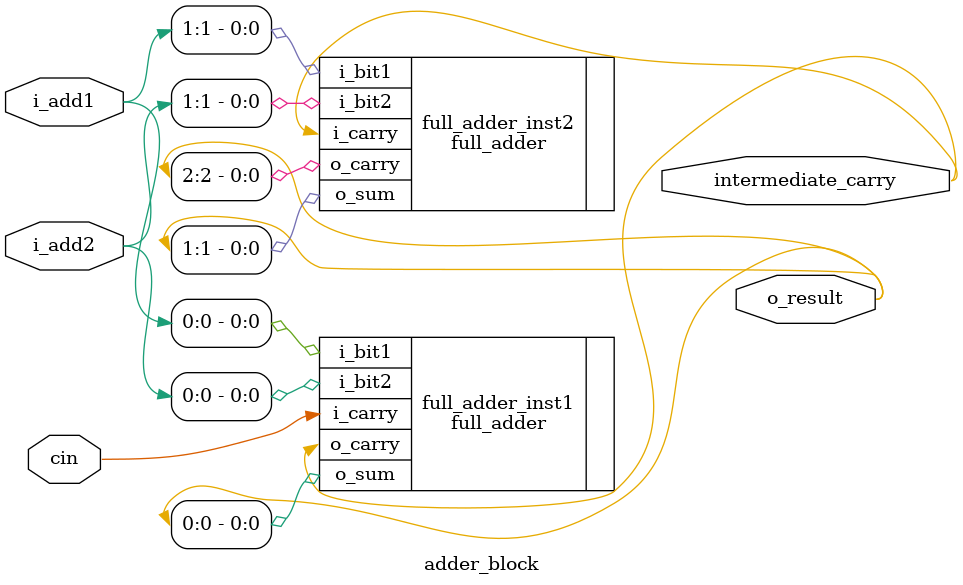
<source format=v>
`include "full_adder.v"

module adder_block
    (
        input [1:0] i_add1,
        input [1:0] i_add2,
        input cin,
        output [2:0] o_result,
        output intermediate_carry
    );

    full_adder full_adder_inst1
               (
                   .i_bit1(i_add1[0]),
                   .i_bit2(i_add2[0]),
                   .i_carry(cin),
                   .o_sum(o_result[0]),
                   .o_carry(intermediate_carry)
               );

    full_adder full_adder_inst2
               (
                   .i_bit1(i_add1[1]),
                   .i_bit2(i_add2[1]),
                   .i_carry(intermediate_carry),
                   .o_sum(o_result[1]),
                   .o_carry(o_result[2])
               );
endmodule

</source>
